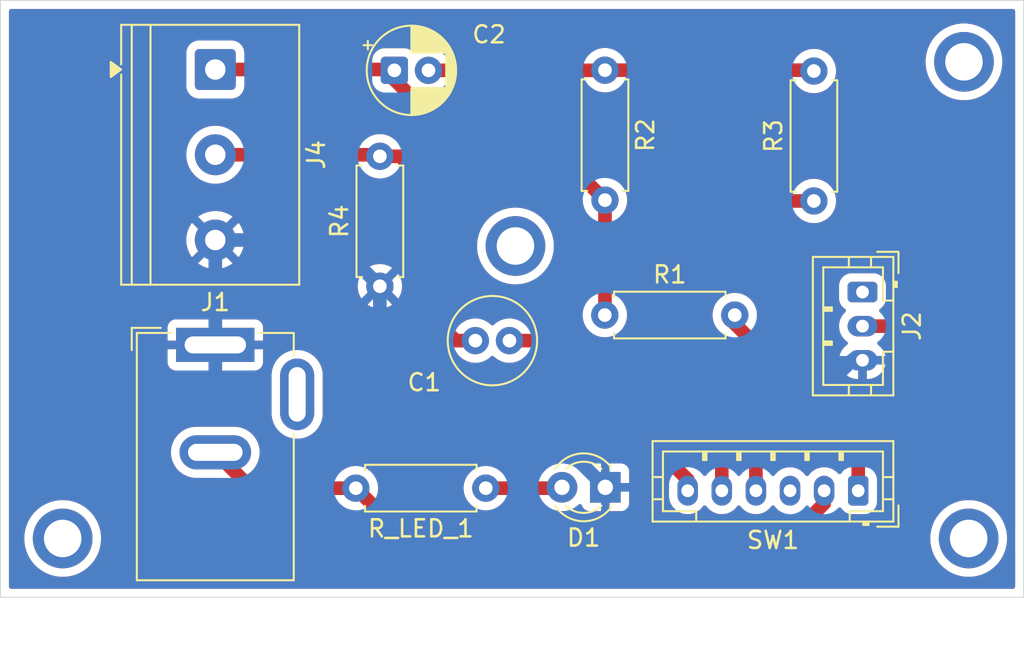
<source format=kicad_pcb>
(kicad_pcb (version 20241229) (generator "pcbnew") (generator_version "9.0")
  (layers (0 "F.Cu" signal) (2 "B.Cu" signal) (13 "F.Paste" user) (15 "B.Paste" user) (5 "F.SilkS" user "F.Silkscreen") (7 "B.SilkS" user "B.Silkscreen") (1 "F.Mask" user) (3 "B.Mask" user) (25 "Edge.Cuts" user))
  (net 0 "")
  (net 1 "Net-(J4-Pin_2)")
  (net 2 "Net-(J4-Pin_1)")
  (net 3 "GND")
  (net 4 "Net-(R1-Pad2)")
  (net 5 "Net-(C2-Pad2)")
  (net 6 "Net-(R3-Pad1)")
  (net 7 "+9V")
  (net 8 "Net-(D1-A)")
  (net 9 "Net-(J2-Pad2)")
  (net 10 "Net-(C1-Pad2)")
  (footprint "LED_THT:LED_D3.0mm" (layer "F.Cu") (at 111.32 84.6 180)
    (property "Reference" "D1" (at 1.27 -2.96 0) (layer "F.SilkS"))
    (property "Value" "LED")
    (fp_line (start -0.29 1.08) (end -0.29 1.236) (stroke (width 0.12)) (layer "F.SilkS"))
    (fp_line (start -0.29 -1.236) (end -0.29 -1.08) (stroke (width 0.12)) (layer "F.SilkS"))
    (fp_arc (start 2.941437 1.08) (mid 1.36566 1.987699) (end -0.29 1.235516) (stroke (width 0.12)) (layer "F.SilkS"))
    (fp_arc (start 2.310961 1.08) (mid 1.27 1.5) (end 0.229039 1.08) (stroke (width 0.12)) (layer "F.SilkS"))
    (fp_arc (start 0.229039 -1.08) (mid 1.27 -1.5) (end 2.310961 -1.08) (stroke (width 0.12)) (layer "F.SilkS"))
    (fp_arc (start -0.29 -1.235516) (mid 1.36566 -1.987699) (end 2.941437 -1.08) (stroke (width 0.12)) (layer "F.SilkS"))
    (pad "1" thru_hole rect (at 0 0 180) (size 1.8 1.8) (drill 0.9) (layers "*.Cu" "*.Mask") (net 3 "GND"))
    (pad "2" thru_hole circle (at 2.54 0 180) (size 1.8 1.8) (drill 0.9) (layers "*.Cu" "*.Mask") (net 8 "Net-(D1-A)"))
  )
  (footprint "Connector_JST:JST_PH_B6B-PH-K_1x06_P2.00mm_Vertical" (layer "F.Cu") (at 126.15 84.8 180)
    (property "Reference" "SW1" (at 5 -2.9 0) (layer "F.SilkS"))
    (property "Value" "SW_Push_DPDT")
    (fp_line (start 12.06 2.91) (end 12.06 -1.81) (stroke (width 0.12)) (layer "F.SilkS"))
    (fp_line (start 12.06 0.8) (end 11.45 0.8) (stroke (width 0.12)) (layer "F.SilkS"))
    (fp_line (start 12.06 -0.5) (end 11.45 -0.5) (stroke (width 0.12)) (layer "F.SilkS"))
    (fp_line (start 12.06 -1.81) (end -2.06 -1.81) (stroke (width 0.12)) (layer "F.SilkS"))
    (fp_line (start 11.45 2.3) (end 11.45 -1.2) (stroke (width 0.12)) (layer "F.SilkS"))
    (fp_line (start 11.45 -1.2) (end 9.5 -1.2) (stroke (width 0.12)) (layer "F.SilkS"))
    (fp_line (start 9.5 -1.2) (end 9.5 -1.81) (stroke (width 0.12)) (layer "F.SilkS"))
    (fp_line (start 9.1 1.8) (end 9.1 2.3) (stroke (width 0.12)) (layer "F.SilkS"))
    (fp_line (start 9 2.3) (end 9 1.8) (stroke (width 0.12)) (layer "F.SilkS"))
    (fp_line (start 8.9 2.3) (end 8.9 1.8) (stroke (width 0.12)) (layer "F.SilkS"))
    (fp_line (start 8.9 1.8) (end 9.1 1.8) (stroke (width 0.12)) (layer "F.SilkS"))
    (fp_line (start 7.1 1.8) (end 7.1 2.3) (stroke (width 0.12)) (layer "F.SilkS"))
    (fp_line (start 7 2.3) (end 7 1.8) (stroke (width 0.12)) (layer "F.SilkS"))
    (fp_line (start 6.9 2.3) (end 6.9 1.8) (stroke (width 0.12)) (layer "F.SilkS"))
    (fp_line (start 6.9 1.8) (end 7.1 1.8) (stroke (width 0.12)) (layer "F.SilkS"))
    (fp_line (start 5.1 1.8) (end 5.1 2.3) (stroke (width 0.12)) (layer "F.SilkS"))
    (fp_line (start 5 2.3) (end 5 1.8) (stroke (width 0.12)) (layer "F.SilkS"))
    (fp_line (start 4.9 2.3) (end 4.9 1.8) (stroke (width 0.12)) (layer "F.SilkS"))
    (fp_line (start 4.9 1.8) (end 5.1 1.8) (stroke (width 0.12)) (layer "F.SilkS"))
    (fp_line (start 3.1 1.8) (end 3.1 2.3) (stroke (width 0.12)) (layer "F.SilkS"))
    (fp_line (start 3 2.3) (end 3 1.8) (stroke (width 0.12)) (layer "F.SilkS"))
    (fp_line (start 2.9 2.3) (end 2.9 1.8) (stroke (width 0.12)) (layer "F.SilkS"))
    (fp_line (start 2.9 1.8) (end 3.1 1.8) (stroke (width 0.12)) (layer "F.SilkS"))
    (fp_line (start 1.1 1.8) (end 1.1 2.3) (stroke (width 0.12)) (layer "F.SilkS"))
    (fp_line (start 1 2.3) (end 1 1.8) (stroke (width 0.12)) (layer "F.SilkS"))
    (fp_line (start 0.9 2.3) (end 0.9 1.8) (stroke (width 0.12)) (layer "F.SilkS"))
    (fp_line (start 0.9 1.8) (end 1.1 1.8) (stroke (width 0.12)) (layer "F.SilkS"))
    (fp_line (start 0.5 -1.2) (end -1.45 -1.2) (stroke (width 0.12)) (layer "F.SilkS"))
    (fp_line (start 0.5 -1.81) (end 0.5 -1.2) (stroke (width 0.12)) (layer "F.SilkS"))
    (fp_line (start -0.3 -1.81) (end -0.3 -2.01) (stroke (width 0.12)) (layer "F.SilkS"))
    (fp_line (start -0.3 -1.91) (end -0.6 -1.91) (stroke (width 0.12)) (layer "F.SilkS"))
    (fp_line (start -0.3 -2.01) (end -0.6 -2.01) (stroke (width 0.12)) (layer "F.SilkS"))
    (fp_line (start -0.6 -2.01) (end -0.6 -1.81) (stroke (width 0.12)) (layer "F.SilkS"))
    (fp_line (start -1.11 -2.11) (end -2.36 -2.11) (stroke (width 0.12)) (layer "F.SilkS"))
    (fp_line (start -1.45 2.3) (end 11.45 2.3) (stroke (width 0.12)) (layer "F.SilkS"))
    (fp_line (start -1.45 -1.2) (end -1.45 2.3) (stroke (width 0.12)) (layer "F.SilkS"))
    (fp_line (start -2.06 2.91) (end 12.06 2.91) (stroke (width 0.12)) (layer "F.SilkS"))
    (fp_line (start -2.06 0.8) (end -1.45 0.8) (stroke (width 0.12)) (layer "F.SilkS"))
    (fp_line (start -2.06 -0.5) (end -1.45 -0.5) (stroke (width 0.12)) (layer "F.SilkS"))
    (fp_line (start -2.06 -1.81) (end -2.06 2.91) (stroke (width 0.12)) (layer "F.SilkS"))
    (fp_line (start -2.36 -2.11) (end -2.36 -0.86) (stroke (width 0.12)) (layer "F.SilkS"))
    (pad "1" thru_hole roundrect (at 0 0 180) (size 1.2 1.75) (drill 0.75) (layers "*.Cu" "*.Mask") (roundrect_rratio 0.208333) (net 4 "Net-(R1-Pad2)"))
    (pad "2" thru_hole oval (at 2 0 180) (size 1.2 1.75) (drill 0.75) (layers "*.Cu" "*.Mask") (net 7 "+9V"))
    (pad "3" thru_hole oval (at 4 0 180) (size 1.2 1.75) (drill 0.75) (layers "*.Cu" "*.Mask"))
    (pad "4" thru_hole oval (at 6 0 180) (size 1.2 1.75) (drill 0.75) (layers "*.Cu" "*.Mask") (net 6 "Net-(R3-Pad1)"))
    (pad "5" thru_hole oval (at 8 0 180) (size 1.2 1.75) (drill 0.75) (layers "*.Cu" "*.Mask") (net 9 "Net-(J2-Pad2)"))
    (pad "6" thru_hole oval (at 10 0 180) (size 1.2 1.75) (drill 0.75) (layers "*.Cu" "*.Mask") (net 10 "Net-(C1-Pad2)"))
  )
  (footprint "Resistor_THT:R_Axial_DIN0207_L6.3mm_D2.5mm_P7.62mm_Horizontal" (layer "F.Cu") (at 104.31 84.65 180)
    (property "Reference" "R_LED_1" (at 3.81 -2.37 0) (layer "F.SilkS"))
    (property "Value" "1.7 k")
    (fp_line (start 7.08 1.37) (end 7.08 1.04) (stroke (width 0.12)) (layer "F.SilkS"))
    (fp_line (start 7.08 -1.37) (end 7.08 -1.04) (stroke (width 0.12)) (layer "F.SilkS"))
    (fp_line (start 0.54 1.37) (end 7.08 1.37) (stroke (width 0.12)) (layer "F.SilkS"))
    (fp_line (start 0.54 1.04) (end 0.54 1.37) (stroke (width 0.12)) (layer "F.SilkS"))
    (fp_line (start 0.54 -1.04) (end 0.54 -1.37) (stroke (width 0.12)) (layer "F.SilkS"))
    (fp_line (start 0.54 -1.37) (end 7.08 -1.37) (stroke (width 0.12)) (layer "F.SilkS"))
    (pad "1" thru_hole circle (at 0 0 180) (size 1.6 1.6) (drill 0.8) (layers "*.Cu" "*.Mask") (net 8 "Net-(D1-A)"))
    (pad "2" thru_hole circle (at 7.62 0 180) (size 1.6 1.6) (drill 0.8) (layers "*.Cu" "*.Mask") (net 7 "+9V"))
  )
  (footprint "MountingHole:MountingHole_2.2mm_M2_ISO7380_Pad" (layer "F.Cu") (at 132.625 87.6)
    (property "Reference" "REF**" (hide yes))
    (property "Value" "MountingHole_2.2mm_M2_ISO7380_Pad" (hide yes))
    (pad "1" thru_hole circle (at 0 0) (size 3.5 3.5) (drill 2.2) (layers "*.Cu" "*.Mask"))
  )
  (footprint "Resistor_THT:R_Axial_DIN0207_L6.3mm_D2.5mm_P7.62mm_Horizontal" (layer "F.Cu") (at 123.55 67.81 90)
    (property "Reference" "R3" (at 3.81 -2.37 90) (layer "F.SilkS"))
    (property "Value" "41k")
    (fp_line (start 7.08 -1.37) (end 7.08 -1.04) (stroke (width 0.12)) (layer "F.SilkS"))
    (fp_line (start 0.54 -1.37) (end 7.08 -1.37) (stroke (width 0.12)) (layer "F.SilkS"))
    (fp_line (start 0.54 -1.04) (end 0.54 -1.37) (stroke (width 0.12)) (layer "F.SilkS"))
    (fp_line (start 0.54 1.04) (end 0.54 1.37) (stroke (width 0.12)) (layer "F.SilkS"))
    (fp_line (start 7.08 1.37) (end 7.08 1.04) (stroke (width 0.12)) (layer "F.SilkS"))
    (fp_line (start 0.54 1.37) (end 7.08 1.37) (stroke (width 0.12)) (layer "F.SilkS"))
    (pad "1" thru_hole circle (at 0 0 90) (size 1.6 1.6) (drill 0.8) (layers "*.Cu" "*.Mask") (net 6 "Net-(R3-Pad1)"))
    (pad "2" thru_hole circle (at 7.62 0 90) (size 1.6 1.6) (drill 0.8) (layers "*.Cu" "*.Mask") (net 5 "Net-(C2-Pad2)"))
  )
  (footprint "Resistor_THT:R_Axial_DIN0207_L6.3mm_D2.5mm_P7.62mm_Horizontal" (layer "F.Cu") (at 98.1 72.81 90)
    (property "Reference" "R4" (at 3.81 -2.37 90) (layer "F.SilkS"))
    (property "Value" "10k")
    (fp_line (start 7.08 -1.37) (end 7.08 -1.04) (stroke (width 0.12)) (layer "F.SilkS"))
    (fp_line (start 0.54 -1.37) (end 7.08 -1.37) (stroke (width 0.12)) (layer "F.SilkS"))
    (fp_line (start 0.54 -1.04) (end 0.54 -1.37) (stroke (width 0.12)) (layer "F.SilkS"))
    (fp_line (start 0.54 1.04) (end 0.54 1.37) (stroke (width 0.12)) (layer "F.SilkS"))
    (fp_line (start 7.08 1.37) (end 7.08 1.04) (stroke (width 0.12)) (layer "F.SilkS"))
    (fp_line (start 0.54 1.37) (end 7.08 1.37) (stroke (width 0.12)) (layer "F.SilkS"))
    (pad "1" thru_hole circle (at 0 0 90) (size 1.6 1.6) (drill 0.8) (layers "*.Cu" "*.Mask") (net 3 "GND"))
    (pad "2" thru_hole circle (at 7.62 0 90) (size 1.6 1.6) (drill 0.8) (layers "*.Cu" "*.Mask") (net 1 "Net-(J4-Pin_2)"))
  )
  (footprint "MountingHole:MountingHole_2.2mm_M2_ISO7380_Pad" (layer "F.Cu") (at 106.05 70.45)
    (property "Reference" "REF**" (hide yes))
    (property "Value" "MountingHole_2.2mm_M2_ISO7380_Pad" (hide yes))
    (pad "1" thru_hole circle (at 0 0) (size 3.5 3.5) (drill 2.2) (layers "*.Cu" "*.Mask"))
  )
  (footprint "Resistor_THT:R_Axial_DIN0207_L6.3mm_D2.5mm_P7.62mm_Horizontal" (layer "F.Cu") (at 111.3 60.14 -90)
    (property "Reference" "R2" (at 3.81 -2.37 90) (layer "F.SilkS"))
    (property "Value" "33k")
    (fp_line (start 0.54 1.37) (end 7.08 1.37) (stroke (width 0.12)) (layer "F.SilkS"))
    (fp_line (start 7.08 1.37) (end 7.08 1.04) (stroke (width 0.12)) (layer "F.SilkS"))
    (fp_line (start 0.54 1.04) (end 0.54 1.37) (stroke (width 0.12)) (layer "F.SilkS"))
    (fp_line (start 0.54 -1.04) (end 0.54 -1.37) (stroke (width 0.12)) (layer "F.SilkS"))
    (fp_line (start 0.54 -1.37) (end 7.08 -1.37) (stroke (width 0.12)) (layer "F.SilkS"))
    (fp_line (start 7.08 -1.37) (end 7.08 -1.04) (stroke (width 0.12)) (layer "F.SilkS"))
    (pad "1" thru_hole circle (at 0 0 270) (size 1.6 1.6) (drill 0.8) (layers "*.Cu" "*.Mask") (net 5 "Net-(C2-Pad2)"))
    (pad "2" thru_hole circle (at 7.62 0 270) (size 1.6 1.6) (drill 0.8) (layers "*.Cu" "*.Mask") (net 2 "Net-(J4-Pin_1)"))
  )
  (footprint "Connector_JST:JST_PH_B3B-PH-K_1x03_P2.00mm_Vertical" (layer "F.Cu") (at 126.4 73.15 -90)
    (property "Reference" "J2" (at 2 -2.9 90) (layer "F.SilkS"))
    (property "Value" "XLR3")
    (fp_line (start -2.06 2.91) (end 6.06 2.91) (stroke (width 0.12)) (layer "F.SilkS"))
    (fp_line (start 6.06 2.91) (end 6.06 -1.81) (stroke (width 0.12)) (layer "F.SilkS"))
    (fp_line (start -1.45 2.3) (end 5.45 2.3) (stroke (width 0.12)) (layer "F.SilkS"))
    (fp_line (start 0.9 2.3) (end 0.9 1.8) (stroke (width 0.12)) (layer "F.SilkS"))
    (fp_line (start 1 2.3) (end 1 1.8) (stroke (width 0.12)) (layer "F.SilkS"))
    (fp_line (start 2.9 2.3) (end 2.9 1.8) (stroke (width 0.12)) (layer "F.SilkS"))
    (fp_line (start 3 2.3) (end 3 1.8) (stroke (width 0.12)) (layer "F.SilkS"))
    (fp_line (start 5.45 2.3) (end 5.45 -1.2) (stroke (width 0.12)) (layer "F.SilkS"))
    (fp_line (start 0.9 1.8) (end 1.1 1.8) (stroke (width 0.12)) (layer "F.SilkS"))
    (fp_line (start 1.1 1.8) (end 1.1 2.3) (stroke (width 0.12)) (layer "F.SilkS"))
    (fp_line (start 2.9 1.8) (end 3.1 1.8) (stroke (width 0.12)) (layer "F.SilkS"))
    (fp_line (start 3.1 1.8) (end 3.1 2.3) (stroke (width 0.12)) (layer "F.SilkS"))
    (fp_line (start -2.06 0.8) (end -1.45 0.8) (stroke (width 0.12)) (layer "F.SilkS"))
    (fp_line (start 6.06 0.8) (end 5.45 0.8) (stroke (width 0.12)) (layer "F.SilkS"))
    (fp_line (start -2.06 -0.5) (end -1.45 -0.5) (stroke (width 0.12)) (layer "F.SilkS"))
    (fp_line (start 6.06 -0.5) (end 5.45 -0.5) (stroke (width 0.12)) (layer "F.SilkS"))
    (fp_line (start -1.45 -1.2) (end -1.45 2.3) (stroke (width 0.12)) (layer "F.SilkS"))
    (fp_line (start 0.5 -1.2) (end -1.45 -1.2) (stroke (width 0.12)) (layer "F.SilkS"))
    (fp_line (start 3.5 -1.2) (end 3.5 -1.81) (stroke (width 0.12)) (layer "F.SilkS"))
    (fp_line (start 5.45 -1.2) (end 3.5 -1.2) (stroke (width 0.12)) (layer "F.SilkS"))
    (fp_line (start -2.06 -1.81) (end -2.06 2.91) (stroke (width 0.12)) (layer "F.SilkS"))
    (fp_line (start -0.3 -1.81) (end -0.3 -2.01) (stroke (width 0.12)) (layer "F.SilkS"))
    (fp_line (start 0.5 -1.81) (end 0.5 -1.2) (stroke (width 0.12)) (layer "F.SilkS"))
    (fp_line (start 6.06 -1.81) (end -2.06 -1.81) (stroke (width 0.12)) (layer "F.SilkS"))
    (fp_line (start -0.3 -1.91) (end -0.6 -1.91) (stroke (width 0.12)) (layer "F.SilkS"))
    (fp_line (start -0.6 -2.01) (end -0.6 -1.81) (stroke (width 0.12)) (layer "F.SilkS"))
    (fp_line (start -0.3 -2.01) (end -0.6 -2.01) (stroke (width 0.12)) (layer "F.SilkS"))
    (fp_line (start -2.36 -2.11) (end -2.36 -0.86) (stroke (width 0.12)) (layer "F.SilkS"))
    (fp_line (start -1.11 -2.11) (end -2.36 -2.11) (stroke (width 0.12)) (layer "F.SilkS"))
    (pad "1" thru_hole roundrect (at 0 0 270) (size 1.2 1.75) (drill 0.75) (layers "*.Cu" "*.Mask") (roundrect_rratio 0.208333))
    (pad "2" thru_hole oval (at 2 0 270) (size 1.2 1.75) (drill 0.75) (layers "*.Cu" "*.Mask") (net 9 "Net-(J2-Pad2)"))
    (pad "3" thru_hole oval (at 4 0 270) (size 1.2 1.75) (drill 0.75) (layers "*.Cu" "*.Mask") (net 3 "GND"))
  )
  (footprint "Connector_BarrelJack:BarrelJack_GCT_DCJ200-10-A_Horizontal" (layer "F.Cu") (at 88.45 76.25)
    (property "Reference" "J1" (at 0 -2.5 0) (layer "F.SilkS"))
    (property "Value" "Coaxial_Power - center negative")
    (fp_line (start -4.9 -1) (end -4.9 0.3) (stroke (width 0.12)) (layer "F.SilkS"))
    (fp_line (start -4.6 -0.7) (end -2.6 -0.7) (stroke (width 0.12)) (layer "F.SilkS"))
    (fp_line (start -4.6 13.8) (end -4.6 -0.7) (stroke (width 0.12)) (layer "F.SilkS"))
    (fp_line (start -3.2 -1) (end -4.9 -1) (stroke (width 0.12)) (layer "F.SilkS"))
    (fp_line (start 2.6 -0.7) (end 4.6 -0.7) (stroke (width 0.12)) (layer "F.SilkS"))
    (fp_line (start 4.6 -0.7) (end 4.6 0.6) (stroke (width 0.12)) (layer "F.SilkS"))
    (fp_line (start 4.6 5.2) (end 4.6 13.8) (stroke (width 0.12)) (layer "F.SilkS"))
    (fp_line (start 4.6 13.8) (end -4.6 13.8) (stroke (width 0.12)) (layer "F.SilkS"))
    (pad "1" thru_hole rect (at 0 0) (size 4.6 2) (drill oval 3.6 1) (layers "*.Cu" "*.Mask") (net 3 "GND"))
    (pad "2" thru_hole oval (at 0 6.3) (size 4.2 2) (drill oval 3.2 1) (layers "*.Cu" "*.Mask") (net 7 "+9V"))
    (pad "3" thru_hole oval (at 4.8 2.9) (size 2 4.2) (drill oval 1 3.2) (layers "*.Cu" "*.Mask"))
  )
  (footprint "Capacitor_THT:CP_Radial_D5.0mm_P2.00mm" (layer "F.Cu") (at 98.95 60.15)
    (property "Reference" "C2" (at 5.55 -2.1 0) (layer "F.SilkS"))
    (property "Value" "10 uF")
    (fp_line (start -1.804775 -1.475) (end -1.304775 -1.475) (stroke (width 0.12)) (layer "F.SilkS"))
    (fp_line (start -1.554775 -1.725) (end -1.554775 -1.225) (stroke (width 0.12)) (layer "F.SilkS"))
    (fp_line (start 1 -2.58) (end 1 -1.04) (stroke (width 0.12)) (layer "F.SilkS"))
    (fp_line (start 1 1.04) (end 1 2.58) (stroke (width 0.12)) (layer "F.SilkS"))
    (fp_line (start 1.04 -2.58) (end 1.04 -1.04) (stroke (width 0.12)) (layer "F.SilkS"))
    (fp_line (start 1.04 1.04) (end 1.04 2.58) (stroke (width 0.12)) (layer "F.SilkS"))
    (fp_line (start 1.08 -2.579) (end 1.08 -1.04) (stroke (width 0.12)) (layer "F.SilkS"))
    (fp_line (start 1.08 1.04) (end 1.08 2.579) (stroke (width 0.12)) (layer "F.SilkS"))
    (fp_line (start 1.12 -2.577) (end 1.12 -1.04) (stroke (width 0.12)) (layer "F.SilkS"))
    (fp_line (start 1.12 1.04) (end 1.12 2.577) (stroke (width 0.12)) (layer "F.SilkS"))
    (fp_line (start 1.16 -2.575) (end 1.16 -1.04) (stroke (width 0.12)) (layer "F.SilkS"))
    (fp_line (start 1.16 1.04) (end 1.16 2.575) (stroke (width 0.12)) (layer "F.SilkS"))
    (fp_line (start 1.2 -2.572) (end 1.2 -1.04) (stroke (width 0.12)) (layer "F.SilkS"))
    (fp_line (start 1.2 1.04) (end 1.2 2.572) (stroke (width 0.12)) (layer "F.SilkS"))
    (fp_line (start 1.24 -2.569) (end 1.24 -1.04) (stroke (width 0.12)) (layer "F.SilkS"))
    (fp_line (start 1.24 1.04) (end 1.24 2.569) (stroke (width 0.12)) (layer "F.SilkS"))
    (fp_line (start 1.28 -2.565) (end 1.28 -1.04) (stroke (width 0.12)) (layer "F.SilkS"))
    (fp_line (start 1.28 1.04) (end 1.28 2.565) (stroke (width 0.12)) (layer "F.SilkS"))
    (fp_line (start 1.32 -2.56) (end 1.32 -1.04) (stroke (width 0.12)) (layer "F.SilkS"))
    (fp_line (start 1.32 1.04) (end 1.32 2.56) (stroke (width 0.12)) (layer "F.SilkS"))
    (fp_line (start 1.36 -2.555) (end 1.36 -1.04) (stroke (width 0.12)) (layer "F.SilkS"))
    (fp_line (start 1.36 1.04) (end 1.36 2.555) (stroke (width 0.12)) (layer "F.SilkS"))
    (fp_line (start 1.4 -2.549) (end 1.4 -1.04) (stroke (width 0.12)) (layer "F.SilkS"))
    (fp_line (start 1.4 1.04) (end 1.4 2.549) (stroke (width 0.12)) (layer "F.SilkS"))
    (fp_line (start 1.44 -2.543) (end 1.44 -1.04) (stroke (width 0.12)) (layer "F.SilkS"))
    (fp_line (start 1.44 1.04) (end 1.44 2.543) (stroke (width 0.12)) (layer "F.SilkS"))
    (fp_line (start 1.48 -2.536) (end 1.48 -1.04) (stroke (width 0.12)) (layer "F.SilkS"))
    (fp_line (start 1.48 1.04) (end 1.48 2.536) (stroke (width 0.12)) (layer "F.SilkS"))
    (fp_line (start 1.52 -2.528) (end 1.52 -1.04) (stroke (width 0.12)) (layer "F.SilkS"))
    (fp_line (start 1.52 1.04) (end 1.52 2.528) (stroke (width 0.12)) (layer "F.SilkS"))
    (fp_line (start 1.56 -2.519) (end 1.56 -1.04) (stroke (width 0.12)) (layer "F.SilkS"))
    (fp_line (start 1.56 1.04) (end 1.56 2.519) (stroke (width 0.12)) (layer "F.SilkS"))
    (fp_line (start 1.6 -2.51) (end 1.6 -1.04) (stroke (width 0.12)) (layer "F.SilkS"))
    (fp_line (start 1.6 1.04) (end 1.6 2.51) (stroke (width 0.12)) (layer "F.SilkS"))
    (fp_line (start 1.64 -2.501) (end 1.64 -1.04) (stroke (width 0.12)) (layer "F.SilkS"))
    (fp_line (start 1.64 1.04) (end 1.64 2.501) (stroke (width 0.12)) (layer "F.SilkS"))
    (fp_line (start 1.68 -2.49) (end 1.68 -1.04) (stroke (width 0.12)) (layer "F.SilkS"))
    (fp_line (start 1.68 1.04) (end 1.68 2.49) (stroke (width 0.12)) (layer "F.SilkS"))
    (fp_line (start 1.72 -2.479) (end 1.72 -1.04) (stroke (width 0.12)) (layer "F.SilkS"))
    (fp_line (start 1.72 1.04) (end 1.72 2.479) (stroke (width 0.12)) (layer "F.SilkS"))
    (fp_line (start 1.76 -2.467) (end 1.76 -1.04) (stroke (width 0.12)) (layer "F.SilkS"))
    (fp_line (start 1.76 1.04) (end 1.76 2.467) (stroke (width 0.12)) (layer "F.SilkS"))
    (fp_line (start 1.8 -2.455) (end 1.8 -1.04) (stroke (width 0.12)) (layer "F.SilkS"))
    (fp_line (start 1.8 1.04) (end 1.8 2.455) (stroke (width 0.12)) (layer "F.SilkS"))
    (fp_line (start 1.84 -2.442) (end 1.84 -1.04) (stroke (width 0.12)) (layer "F.SilkS"))
    (fp_line (start 1.84 1.04) (end 1.84 2.442) (stroke (width 0.12)) (layer "F.SilkS"))
    (fp_line (start 1.88 -2.428) (end 1.88 -1.04) (stroke (width 0.12)) (layer "F.SilkS"))
    (fp_line (start 1.88 1.04) (end 1.88 2.428) (stroke (width 0.12)) (layer "F.SilkS"))
    (fp_line (start 1.92 -2.413) (end 1.92 -1.04) (stroke (width 0.12)) (layer "F.SilkS"))
    (fp_line (start 1.92 1.04) (end 1.92 2.413) (stroke (width 0.12)) (layer "F.SilkS"))
    (fp_line (start 1.96 -2.398) (end 1.96 -1.04) (stroke (width 0.12)) (layer "F.SilkS"))
    (fp_line (start 1.96 1.04) (end 1.96 2.398) (stroke (width 0.12)) (layer "F.SilkS"))
    (fp_line (start 2 -2.382) (end 2 -1.04) (stroke (width 0.12)) (layer "F.SilkS"))
    (fp_line (start 2 1.04) (end 2 2.382) (stroke (width 0.12)) (layer "F.SilkS"))
    (fp_line (start 2.04 -2.365) (end 2.04 -1.04) (stroke (width 0.12)) (layer "F.SilkS"))
    (fp_line (start 2.04 1.04) (end 2.04 2.365) (stroke (width 0.12)) (layer "F.SilkS"))
    (fp_line (start 2.08 -2.347) (end 2.08 -1.04) (stroke (width 0.12)) (layer "F.SilkS"))
    (fp_line (start 2.08 1.04) (end 2.08 2.347) (stroke (width 0.12)) (layer "F.SilkS"))
    (fp_line (start 2.12 -2.329) (end 2.12 -1.04) (stroke (width 0.12)) (layer "F.SilkS"))
    (fp_line (start 2.12 1.04) (end 2.12 2.329) (stroke (width 0.12)) (layer "F.SilkS"))
    (fp_line (start 2.16 -2.309) (end 2.16 -1.04) (stroke (width 0.12)) (layer "F.SilkS"))
    (fp_line (start 2.16 1.04) (end 2.16 2.309) (stroke (width 0.12)) (layer "F.SilkS"))
    (fp_line (start 2.2 -2.289) (end 2.2 -1.04) (stroke (width 0.12)) (layer "F.SilkS"))
    (fp_line (start 2.2 1.04) (end 2.2 2.289) (stroke (width 0.12)) (layer "F.SilkS"))
    (fp_line (start 2.24 -2.268) (end 2.24 -1.04) (stroke (width 0.12)) (layer "F.SilkS"))
    (fp_line (start 2.24 1.04) (end 2.24 2.268) (stroke (width 0.12)) (layer "F.SilkS"))
    (fp_line (start 2.28 -2.246) (end 2.28 -1.04) (stroke (width 0.12)) (layer "F.SilkS"))
    (fp_line (start 2.28 1.04) (end 2.28 2.246) (stroke (width 0.12)) (layer "F.SilkS"))
    (fp_line (start 2.32 -2.223) (end 2.32 -1.04) (stroke (width 0.12)) (layer "F.SilkS"))
    (fp_line (start 2.32 1.04) (end 2.32 2.223) (stroke (width 0.12)) (layer "F.SilkS"))
    (fp_line (start 2.36 -2.199) (end 2.36 -1.04) (stroke (width 0.12)) (layer "F.SilkS"))
    (fp_line (start 2.36 1.04) (end 2.36 2.199) (stroke (width 0.12)) (layer "F.SilkS"))
    (fp_line (start 2.4 -2.175) (end 2.4 -1.04) (stroke (width 0.12)) (layer "F.SilkS"))
    (fp_line (start 2.4 1.04) (end 2.4 2.175) (stroke (width 0.12)) (layer "F.SilkS"))
    (fp_line (start 2.44 -2.149) (end 2.44 -1.04) (stroke (width 0.12)) (layer "F.SilkS"))
    (fp_line (start 2.44 1.04) (end 2.44 2.149) (stroke (width 0.12)) (layer "F.SilkS"))
    (fp_line (start 2.48 -2.122) (end 2.48 -1.04) (stroke (width 0.12)) (layer "F.SilkS"))
    (fp_line (start 2.48 1.04) (end 2.48 2.122) (stroke (width 0.12)) (layer "F.SilkS"))
    (fp_line (start 2.52 -2.094) (end 2.52 -1.04) (stroke (width 0.12)) (layer "F.SilkS"))
    (fp_line (start 2.52 1.04) (end 2.52 2.094) (stroke (width 0.12)) (layer "F.SilkS"))
    (fp_line (start 2.56 -2.065) (end 2.56 -1.04) (stroke (width 0.12)) (layer "F.SilkS"))
    (fp_line (start 2.56 1.04) (end 2.56 2.065) (stroke (width 0.12)) (layer "F.SilkS"))
    (fp_line (start 2.6 -2.035) (end 2.6 -1.04) (stroke (width 0.12)) (layer "F.SilkS"))
    (fp_line (start 2.6 1.04) (end 2.6 2.035) (stroke (width 0.12)) (layer "F.SilkS"))
    (fp_line (start 2.64 -2.003) (end 2.64 -1.04) (stroke (width 0.12)) (layer "F.SilkS"))
    (fp_line (start 2.64 1.04) (end 2.64 2.003) (stroke (width 0.12)) (layer "F.SilkS"))
    (fp_line (start 2.68 -1.97) (end 2.68 -1.04) (stroke (width 0.12)) (layer "F.SilkS"))
    (fp_line (start 2.68 1.04) (end 2.68 1.97) (stroke (width 0.12)) (layer "F.SilkS"))
    (fp_line (start 2.72 -1.936) (end 2.72 -1.04) (stroke (width 0.12)) (layer "F.SilkS"))
    (fp_line (start 2.72 1.04) (end 2.72 1.936) (stroke (width 0.12)) (layer "F.SilkS"))
    (fp_line (start 2.76 -1.901) (end 2.76 -1.04) (stroke (width 0.12)) (layer "F.SilkS"))
    (fp_line (start 2.76 1.04) (end 2.76 1.901) (stroke (width 0.12)) (layer "F.SilkS"))
    (fp_line (start 2.8 -1.864) (end 2.8 -1.04) (stroke (width 0.12)) (layer "F.SilkS"))
    (fp_line (start 2.8 1.04) (end 2.8 1.864) (stroke (width 0.12)) (layer "F.SilkS"))
    (fp_line (start 2.84 -1.825) (end 2.84 -1.04) (stroke (width 0.12)) (layer "F.SilkS"))
    (fp_line (start 2.84 1.04) (end 2.84 1.825) (stroke (width 0.12)) (layer "F.SilkS"))
    (fp_line (start 2.88 -1.785) (end 2.88 -1.04) (stroke (width 0.12)) (layer "F.SilkS"))
    (fp_line (start 2.88 1.04) (end 2.88 1.785) (stroke (width 0.12)) (layer "F.SilkS"))
    (fp_line (start 2.92 -1.743) (end 2.92 -1.04) (stroke (width 0.12)) (layer "F.SilkS"))
    (fp_line (start 2.92 1.04) (end 2.92 1.743) (stroke (width 0.12)) (layer "F.SilkS"))
    (fp_line (start 2.96 -1.699) (end 2.96 -1.04) (stroke (width 0.12)) (layer "F.SilkS"))
    (fp_line (start 2.96 1.04) (end 2.96 1.699) (stroke (width 0.12)) (layer "F.SilkS"))
    (fp_line (start 3 -1.652) (end 3 -1.04) (stroke (width 0.12)) (layer "F.SilkS"))
    (fp_line (start 3 1.04) (end 3 1.652) (stroke (width 0.12)) (layer "F.SilkS"))
    (fp_line (start 3.04 -1.604) (end 3.04 1.604) (stroke (width 0.12)) (layer "F.SilkS"))
    (fp_line (start 3.08 -1.553) (end 3.08 1.553) (stroke (width 0.12)) (layer "F.SilkS"))
    (fp_line (start 3.12 -1.499) (end 3.12 1.499) (stroke (width 0.12)) (layer "F.SilkS"))
    (fp_line (start 3.16 -1.443) (end 3.16 1.443) (stroke (width 0.12)) (layer "F.SilkS"))
    (fp_line (start 3.2 -1.383) (end 3.2 1.383) (stroke (width 0.12)) (layer "F.SilkS"))
    (fp_line (start 3.24 -1.319) (end 3.24 1.319) (stroke (width 0.12)) (layer "F.SilkS"))
    (fp_line (start 3.28 -1.251) (end 3.28 1.251) (stroke (width 0.12)) (layer "F.SilkS"))
    (fp_line (start 3.32 -1.177) (end 3.32 1.177) (stroke (width 0.12)) (layer "F.SilkS"))
    (fp_line (start 3.36 -1.098) (end 3.36 1.098) (stroke (width 0.12)) (layer "F.SilkS"))
    (fp_line (start 3.4 -1.011) (end 3.4 1.011) (stroke (width 0.12)) (layer "F.SilkS"))
    (fp_line (start 3.44 -0.914) (end 3.44 0.914) (stroke (width 0.12)) (layer "F.SilkS"))
    (fp_line (start 3.48 -0.805) (end 3.48 0.805) (stroke (width 0.12)) (layer "F.SilkS"))
    (fp_line (start 3.52 -0.677) (end 3.52 0.677) (stroke (width 0.12)) (layer "F.SilkS"))
    (fp_line (start 3.56 -0.517) (end 3.56 0.517) (stroke (width 0.12)) (layer "F.SilkS"))
    (fp_line (start 3.6 -0.283) (end 3.6 0.283) (stroke (width 0.12)) (layer "F.SilkS"))
    (fp_circle (center 1 0) (end 3.62 0) (stroke (width 0.12)) (fill no) (layer "F.SilkS"))
    (pad "1" thru_hole roundrect (at 0 0) (size 1.6 1.6) (drill 0.8) (layers "*.Cu" "*.Mask") (roundrect_rratio 0.15625) (net 2 "Net-(J4-Pin_1)"))
    (pad "2" thru_hole circle (at 2 0) (size 1.6 1.6) (drill 0.8) (layers "*.Cu" "*.Mask") (net 5 "Net-(C2-Pad2)"))
  )
  (footprint "Capacitor_THT:C_Radial_D5.0mm_H11.0mm_P2.00mm" (layer "F.Cu") (at 103.7 76)
    (property "Reference" "C1" (at -3 2.45 0) (layer "F.SilkS"))
    (property "Value" "1uF")
    (fp_circle (center 1 0) (end 3.62 0) (stroke (width 0.12)) (fill no) (layer "F.SilkS"))
    (pad "1" thru_hole circle (at 0 0) (size 1.6 1.6) (drill 0.8) (layers "*.Cu" "*.Mask") (net 1 "Net-(J4-Pin_2)"))
    (pad "2" thru_hole circle (at 2 0) (size 1.6 1.6) (drill 0.8) (layers "*.Cu" "*.Mask") (net 10 "Net-(C1-Pad2)"))
  )
  (footprint "MountingHole:MountingHole_2.2mm_M2_ISO7380_Pad" (layer "F.Cu") (at 132.35 59.65)
    (property "Reference" "REF**" (hide yes))
    (property "Value" "MountingHole_2.2mm_M2_ISO7380_Pad" (hide yes))
    (pad "1" thru_hole circle (at 0 0) (size 3.5 3.5) (drill 2.2) (layers "*.Cu" "*.Mask"))
  )
  (footprint "Resistor_THT:R_Axial_DIN0207_L6.3mm_D2.5mm_P7.62mm_Horizontal" (layer "F.Cu") (at 111.29 74.5)
    (property "Reference" "R1" (at 3.81 -2.37 0) (layer "F.SilkS"))
    (property "Value" "33k")
    (fp_line (start 0.54 -1.37) (end 7.08 -1.37) (stroke (width 0.12)) (layer "F.SilkS"))
    (fp_line (start 0.54 -1.04) (end 0.54 -1.37) (stroke (width 0.12)) (layer "F.SilkS"))
    (fp_line (start 0.54 1.04) (end 0.54 1.37) (stroke (width 0.12)) (layer "F.SilkS"))
    (fp_line (start 0.54 1.37) (end 7.08 1.37) (stroke (width 0.12)) (layer "F.SilkS"))
    (fp_line (start 7.08 -1.37) (end 7.08 -1.04) (stroke (width 0.12)) (layer "F.SilkS"))
    (fp_line (start 7.08 1.37) (end 7.08 1.04) (stroke (width 0.12)) (layer "F.SilkS"))
    (pad "1" thru_hole circle (at 0 0) (size 1.6 1.6) (drill 0.8) (layers "*.Cu" "*.Mask") (net 2 "Net-(J4-Pin_1)"))
    (pad "2" thru_hole circle (at 7.62 0) (size 1.6 1.6) (drill 0.8) (layers "*.Cu" "*.Mask") (net 4 "Net-(R1-Pad2)"))
  )
  (footprint "TerminalBlock_Philmore:TerminalBlock_Philmore_TB133_1x03_P5.00mm_Horizontal" (layer "F.Cu") (at 88.45 60.1 -90)
    (property "Reference" "J4" (at 5 -5.92 90) (layer "F.SilkS"))
    (property "Value" "N/D/C")
    (fp_line (start -2.62 5.52) (end -2.62 -4.92) (stroke (width 0.12)) (layer "F.SilkS"))
    (fp_line (start -0.3 5.52) (end -2.62 5.52) (stroke (width 0.12)) (layer "F.SilkS"))
    (fp_line (start 12.62 5.52) (end 0.3 5.52) (stroke (width 0.12)) (layer "F.SilkS"))
    (fp_line (start -2.62 4.9) (end 12.62 4.9) (stroke (width 0.12)) (layer "F.SilkS"))
    (fp_line (start -2.62 3.8) (end 12.62 3.8) (stroke (width 0.12)) (layer "F.SilkS"))
    (fp_line (start -2.62 -4.92) (end 12.62 -4.92) (stroke (width 0.12)) (layer "F.SilkS"))
    (fp_line (start 12.62 -4.92) (end 12.62 5.52) (stroke (width 0.12)) (layer "F.SilkS"))
    (fp_poly (pts (xy 0 5.52) (xy 0.44 6.13) (xy -0.44 6.13)) (stroke (width 0.12)) (fill yes) (layer "F.SilkS"))
    (pad "1" thru_hole roundrect (at 0 0 270) (size 2.4 2.4) (drill 1.2) (layers "*.Cu" "*.Mask") (roundrect_rratio 0.104167) (net 2 "Net-(J4-Pin_1)"))
    (pad "2" thru_hole circle (at 5 0 270) (size 2.4 2.4) (drill 1.2) (layers "*.Cu" "*.Mask") (net 1 "Net-(J4-Pin_2)"))
    (pad "3" thru_hole circle (at 10 0 270) (size 2.4 2.4) (drill 1.2) (layers "*.Cu" "*.Mask") (net 3 "GND"))
  )
  (footprint "MountingHole:MountingHole_2.2mm_M2_ISO7380_Pad" (layer "F.Cu") (at 79.5 87.6)
    (property "Reference" "REF**" (hide yes))
    (property "Value" "MountingHole_2.2mm_M2_ISO7380_Pad" (hide yes))
    (pad "1" thru_hole circle (at 0 0) (size 3.5 3.5) (drill 2.2) (layers "*.Cu" "*.Mask"))
  )
  (gr_rect (start 75.85 56.05) (end 135.85 91.05) (stroke (width 0.05)) (fill no) (layer "Edge.Cuts"))
  (segment (start 102.55 76) (end 103.7 76) (width 0.8) (layer "F.Cu") (net 1))
  (segment (start 88.45 65.1) (end 98.01 65.1) (width 0.8) (layer "F.Cu") (net 1))
  (segment (start 101 74.45) (end 102.55 76) (width 0.8) (layer "F.Cu") (net 1))
  (segment (start 98.01 65.1) (end 98.1 65.19) (width 0.8) (layer "F.Cu") (net 1))
  (segment (start 98.1 65.19) (end 99.29 65.19) (width 0.8) (layer "F.Cu") (net 1))
  (segment (start 99.29 65.19) (end 101 66.9) (width 0.8) (layer "F.Cu") (net 1))
  (segment (start 101 66.9) (end 101 74.45) (width 0.8) (layer "F.Cu") (net 1))
  (segment (start 98.95 60.7) (end 103.1 64.85) (width 0.8) (layer "F.Cu") (net 2))
  (segment (start 111.3 67.76) (end 111.3 74.49) (width 0.8) (layer "F.Cu") (net 2))
  (segment (start 88.45 60.1) (end 98.9 60.1) (width 0.8) (layer "F.Cu") (net 2))
  (segment (start 108.39 64.85) (end 111.3 67.76) (width 0.8) (layer "F.Cu") (net 2))
  (segment (start 111.3 74.49) (end 111.29 74.5) (width 0.8) (layer "F.Cu") (net 2))
  (segment (start 98.95 60.15) (end 98.95 60.7) (width 0.8) (layer "F.Cu") (net 2))
  (segment (start 103.1 64.85) (end 108.39 64.85) (width 0.8) (layer "F.Cu") (net 2))
  (segment (start 98.9 60.1) (end 98.95 60.15) (width 0.8) (layer "F.Cu") (net 2))
  (segment (start 125.8 77.15) (end 126.4 77.15) (width 0.8) (layer "B.Cu") (net 3))
  (segment (start 92.1 82.35) (end 88.45 78.7) (width 0.8) (layer "B.Cu") (net 3))
  (segment (start 123.95 79) (end 125.8 77.15) (width 0.8) (layer "B.Cu") (net 3))
  (segment (start 88.45 70.1) (end 95.39 70.1) (width 0.8) (layer "B.Cu") (net 3))
  (segment (start 95.39 70.1) (end 98.1 72.81) (width 0.8) (layer "B.Cu") (net 3))
  (segment (start 98.1 72.81) (end 98.1 76.3) (width 0.8) (layer "B.Cu") (net 3))
  (segment (start 98.1 76.3) (end 100.8 79) (width 0.8) (layer "B.Cu") (net 3))
  (segment (start 111.32 84.6) (end 109.07 82.35) (width 0.8) (layer "B.Cu") (net 3))
  (segment (start 100.8 79) (end 123.95 79) (width 0.8) (layer "B.Cu") (net 3))
  (segment (start 88.45 76.25) (end 88.45 70.1) (width 0.8) (layer "B.Cu") (net 3))
  (segment (start 109.07 82.35) (end 92.1 82.35) (width 0.8) (layer "B.Cu") (net 3))
  (segment (start 88.45 78.7) (end 88.45 76.25) (width 0.8) (layer "B.Cu") (net 3))
  (segment (start 126.15 82.25) (end 126.15 84.8) (width 0.8) (layer "F.Cu") (net 4))
  (segment (start 118.91 75.01) (end 126.15 82.25) (width 0.8) (layer "F.Cu") (net 4))
  (segment (start 118.91 74.5) (end 118.91 75.01) (width 0.8) (layer "F.Cu") (net 4))
  (segment (start 116.3 60.14) (end 116.35 60.09) (width 0.8) (layer "F.Cu") (net 5))
  (segment (start 111.29 60.15) (end 111.3 60.14) (width 0.8) (layer "F.Cu") (net 5))
  (segment (start 123.5 60.14) (end 123.55 60.19) (width 0.8) (layer "F.Cu") (net 5))
  (segment (start 100.95 60.15) (end 111.29 60.15) (width 0.8) (layer "F.Cu") (net 5))
  (segment (start 111.3 60.14) (end 123.5 60.14) (width 0.8) (layer "F.Cu") (net 5))
  (segment (start 116.3 76.6) (end 120.15 80.45) (width 0.8) (layer "F.Cu") (net 6))
  (segment (start 120.15 80.45) (end 120.15 84.8) (width 0.8) (layer "F.Cu") (net 6))
  (segment (start 120.34 67.81) (end 116.3 71.85) (width 0.8) (layer "F.Cu") (net 6))
  (segment (start 116.3 71.85) (end 116.3 76.6) (width 0.8) (layer "F.Cu") (net 6))
  (segment (start 123.55 67.81) (end 120.34 67.81) (width 0.8) (layer "F.Cu") (net 6))
  (segment (start 90.55 84.65) (end 88.45 82.55) (width 0.8) (layer "F.Cu") (net 7))
  (segment (start 99.44 87.4) (end 96.69 84.65) (width 0.8) (layer "F.Cu") (net 7))
  (segment (start 124.15 84.8) (end 124.15 85.55) (width 0.8) (layer "F.Cu") (net 7))
  (segment (start 124.15 85.55) (end 122.3 87.4) (width 0.8) (layer "F.Cu") (net 7))
  (segment (start 96.69 84.65) (end 90.55 84.65) (width 0.8) (layer "F.Cu") (net 7))
  (segment (start 122.3 87.4) (end 99.44 87.4) (width 0.8) (layer "F.Cu") (net 7))
  (segment (start 104.31 84.65) (end 108.73 84.65) (width 0.8) (layer "F.Cu") (net 8))
  (segment (start 108.73 84.65) (end 108.78 84.6) (width 0.8) (layer "F.Cu") (net 8))
  (segment (start 128.5 75.15) (end 129.7 73.95) (width 0.8) (layer "F.Cu") (net 9))
  (segment (start 113.8 68.6) (end 113.8 78.05) (width 0.8) (layer "F.Cu") (net 9))
  (segment (start 118.15 82.4) (end 118.15 84.8) (width 0.8) (layer "F.Cu") (net 9))
  (segment (start 118.45 63.95) (end 113.8 68.6) (width 0.8) (layer "F.Cu") (net 9))
  (segment (start 113.8 78.05) (end 118.15 82.4) (width 0.8) (layer "F.Cu") (net 9))
  (segment (start 129.7 73.95) (end 129.7 69.1) (width 0.8) (layer "F.Cu") (net 9))
  (segment (start 129.7 69.1) (end 124.55 63.95) (width 0.8) (layer "F.Cu") (net 9))
  (segment (start 124.55 63.95) (end 118.45 63.95) (width 0.8) (layer "F.Cu") (net 9))
  (segment (start 126.4 75.15) (end 128.5 75.15) (width 0.8) (layer "F.Cu") (net 9))
  (segment (start 116.15 84.15) (end 116.15 84.8) (width 0.8) (layer "F.Cu") (net 10))
  (segment (start 108 76) (end 116.15 84.15) (width 0.8) (layer "F.Cu") (net 10))
  (segment (start 105.7 76) (end 108 76) (width 0.8) (layer "F.Cu") (net 10))
  (zone (net 3) (net_name "GND") (layers "F.Cu" "B.Cu") (connect_pads (clearance 0.5)) (min_thickness 0.25) (fill yes (thermal_gap 0.5) (thermal_bridge_width 0.5))
    (polygon (pts (xy 75.85 56.05) (xy 75.85 91.05) (xy 135.85 91.05) (xy 135.85 56.05)))
  )
)
</source>
